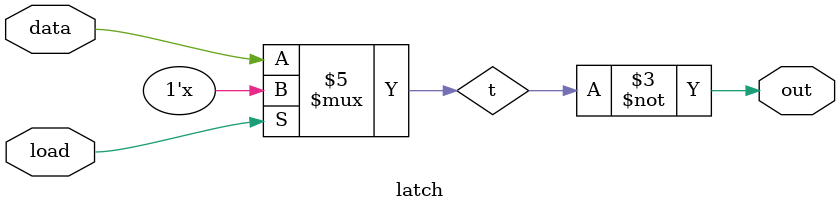
<source format=v>
module latch (data, load, out);
    input data,load;
    output reg out;
    reg t;
    always @(data or load) begin
        if(!load)
            t = data;
         out = ~t;
    end
endmodule
</source>
